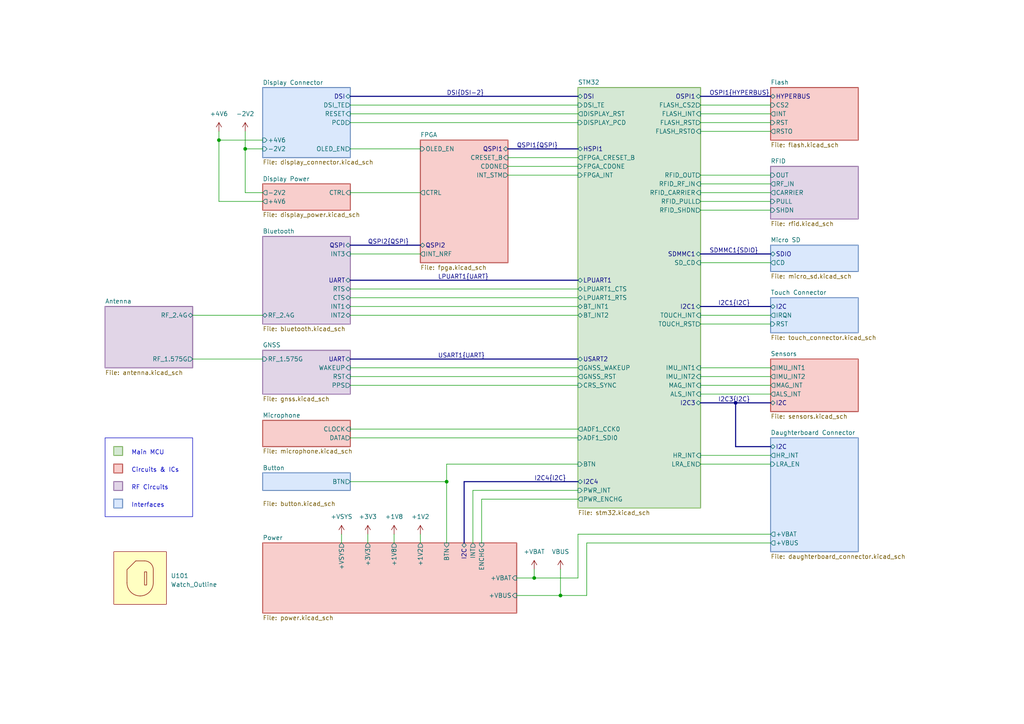
<source format=kicad_sch>
(kicad_sch (version 20230121) (generator eeschema)
  (paper "A4")
  (title_block (title "Watch Main Board") (date "2023-12-24") (rev "1") (comment 1 "Checked by Ben Smith 24/12/23"))
  (lib_symbols
    (symbol "power:+1V2" (power) (pin_names (offset 0))
      (property "Value" "+1V2" (at 0 3.556 0))
      (symbol "+1V2_0_1"
        (polyline (pts (xy -0.762 1.27) (xy 0 2.54)))
        (polyline (pts (xy 0 0) (xy 0 2.54)))
        (polyline (pts (xy 0 2.54) (xy 0.762 1.27)))
      )
      (symbol "+1V2_1_1"
        (pin power_in line (at 0 0 90) (length 0) hide (name "+1V2") (number "1"))
      )
    )
    (symbol "power:+1V8" (power) (pin_names (offset 0))
      (property "Value" "+1V8" (at 0 3.556 0))
      (symbol "+1V8_0_1"
        (polyline (pts (xy -0.762 1.27) (xy 0 2.54)))
        (polyline (pts (xy 0 0) (xy 0 2.54)))
        (polyline (pts (xy 0 2.54) (xy 0.762 1.27)))
      )
      (symbol "+1V8_1_1"
        (pin power_in line (at 0 0 90) (length 0) hide (name "+1V8") (number "1"))
      )
    )
    (symbol "power:+3V3" (power) (pin_names (offset 0))
      (property "Value" "+3V3" (at 0 3.556 0))
      (symbol "+3V3_0_1"
        (polyline (pts (xy -0.762 1.27) (xy 0 2.54)))
        (polyline (pts (xy 0 0) (xy 0 2.54)))
        (polyline (pts (xy 0 2.54) (xy 0.762 1.27)))
      )
      (symbol "+3V3_1_1"
        (pin power_in line (at 0 0 90) (length 0) hide (name "+3V3") (number "1"))
      )
    )
    (symbol "power:VBUS" (power) (pin_names (offset 0))
      (property "Value" "VBUS" (at 0 3.81 0))
      (symbol "VBUS_0_1"
        (polyline (pts (xy -0.762 1.27) (xy 0 2.54)))
        (polyline (pts (xy 0 0) (xy 0 2.54)))
        (polyline (pts (xy 0 2.54) (xy 0.762 1.27)))
      )
      (symbol "VBUS_1_1"
        (pin power_in line (at 0 0 90) (length 0) hide (name "VBUS") (number "1"))
      )
    )
    (symbol "watch_symbols_lib:+4V6" (power) (pin_names (offset 0))
      (property "Value" "+4V6" (at 0 3.556 0))
      (symbol "+4V6_0_1"
        (polyline (pts (xy -0.762 1.27) (xy 0 2.54)))
        (polyline (pts (xy 0 0) (xy 0 2.54)))
        (polyline (pts (xy 0 2.54) (xy 0.762 1.27)))
      )
      (symbol "+4V6_1_1"
        (pin power_in line (at 0 0 90) (length 0) hide (name "+4V6") (number "1"))
      )
    )
    (symbol "watch_symbols_lib:+VBAT" (power) (pin_names (offset 0))
      (property "Value" "+VBAT" (at 0 3.556 0))
      (symbol "+VBAT_0_1"
        (polyline (pts (xy -0.762 1.27) (xy 0 2.54)))
        (polyline (pts (xy 0 0) (xy 0 2.54)))
        (polyline (pts (xy 0 2.54) (xy 0.762 1.27)))
      )
      (symbol "+VBAT_1_1"
        (pin power_in line (at 0 0 90) (length 0) hide (name "+VBAT") (number "1"))
      )
    )
    (symbol "watch_symbols_lib:+VSYS" (power) (pin_names (offset 0))
      (property "Value" "+VSYS" (at 0 3.556 0))
      (symbol "+VSYS_0_1"
        (polyline (pts (xy -0.762 1.27) (xy 0 2.54)))
        (polyline (pts (xy 0 0) (xy 0 2.54)))
        (polyline (pts (xy 0 2.54) (xy 0.762 1.27)))
      )
      (symbol "+VSYS_1_1"
        (pin power_in line (at 0 0 90) (length 0) hide (name "+VSYS") (number "1"))
      )
    )
    (symbol "watch_symbols_lib:-2V2" (power) (pin_names (offset 0))
      (property "Value" "-2V2" (at 0 3.556 0))
      (symbol "-2V2_0_1"
        (polyline (pts (xy -0.762 1.27) (xy 0 2.54)))
        (polyline (pts (xy 0 0) (xy 0 2.54)))
        (polyline (pts (xy 0 2.54) (xy 0.762 1.27)))
      )
      (symbol "-2V2_1_1"
        (pin power_in line (at 0 0 90) (length 0) hide (name "-2V2") (number "1"))
      )
    )
    (symbol "watch_symbols_lib:Watch_Outline" (pin_numbers hide) (pin_names (offset 0) hide) (in_bom no)
      (property "Reference" "U" (at 0 12.7 0))
      (property "Value" "Watch_Outline" (at 0 10.16 0))
      (symbol "Watch_Outline_1_1"
        (rectangle (start -7.62 7.62) (end 7.62 -7.62) (fill (type background)))
        (arc (start -3.81 -1.397) (mid -2.6941 -4.0911) (end 0 -5.207))
        (arc (start 0 -5.207) (mid 2.6941 -4.0911) (end 3.81 -1.397))
        (polyline (pts (xy -1.27 4.953) (xy 1.27 4.953)))
        (polyline (pts (xy 3.81 -1.397) (xy 3.81 -0.127)))
        (polyline (pts (xy 3.81 2.413) (xy 3.81 -0.127)))
        (polyline (pts (xy -1.27 4.953) (xy -3.81 2.413) (xy -3.81 -1.397)))
        (rectangle (start 1.27 1.778) (end 1.905 -2.032))
        (arc (start 3.818 2.421) (mid 3.0717 4.2147) (end 1.278 4.961))
      )
    )
  )
  (bus_alias "HYPERBUS" (members "CLKP" "CLKN" "DQS" "CS" "IO[0..7]"))
  (junction (at 213.36 116.84))
  (junction (at 71.12 43.18))
  (junction (at 154.94 167.64))
  (junction (at 129.54 139.7))
  (junction (at 162.56 172.72))
  (junction (at 63.5 40.64))
  (wire (pts (xy 71.12 55.88) (xy 76.2 55.88)))
  (bus (pts (xy 134.62 139.7) (xy 167.64 139.7)))
  (wire (pts (xy 63.5 38.1) (xy 63.5 40.64)))
  (wire (pts (xy 154.94 167.64) (xy 149.86 167.64)))
  (wire (pts (xy 101.6 111.76) (xy 167.64 111.76)))
  (wire (pts (xy 203.2 53.34) (xy 223.52 53.34)))
  (bus (pts (xy 203.2 88.9) (xy 223.52 88.9)))
  (wire (pts (xy 203.2 33.02) (xy 223.52 33.02)))
  (bus (pts (xy 147.32 43.18) (xy 167.64 43.18)))
  (wire (pts (xy 203.2 114.3) (xy 223.52 114.3)))
  (wire (pts (xy 203.2 35.56) (xy 223.52 35.56)))
  (wire (pts (xy 63.5 40.64) (xy 76.2 40.64)))
  (wire (pts (xy 101.6 139.7) (xy 129.54 139.7)))
  (wire (pts (xy 203.2 30.48) (xy 223.52 30.48)))
  (wire (pts (xy 76.2 58.42) (xy 63.5 58.42)))
  (wire (pts (xy 203.2 58.42) (xy 223.52 58.42)))
  (wire (pts (xy 101.6 86.36) (xy 167.64 86.36)))
  (wire (pts (xy 167.64 154.94) (xy 223.52 154.94)))
  (wire (pts (xy 129.54 134.62) (xy 129.54 139.7)))
  (wire (pts (xy 99.06 154.94) (xy 99.06 157.48)))
  (wire (pts (xy 203.2 132.08) (xy 223.52 132.08)))
  (wire (pts (xy 55.88 104.14) (xy 76.2 104.14)))
  (wire (pts (xy 101.6 35.56) (xy 167.64 35.56)))
  (bus (pts (xy 101.6 71.12) (xy 121.92 71.12)))
  (wire (pts (xy 137.16 157.48) (xy 137.16 142.24)))
  (bus (pts (xy 101.6 27.94) (xy 167.64 27.94)))
  (wire (pts (xy 139.7 144.78) (xy 167.64 144.78)))
  (wire (pts (xy 101.6 83.82) (xy 167.64 83.82)))
  (wire (pts (xy 101.6 124.46) (xy 167.64 124.46)))
  (wire (pts (xy 101.6 109.22) (xy 167.64 109.22)))
  (wire (pts (xy 101.6 127) (xy 167.64 127)))
  (wire (pts (xy 154.94 165.1) (xy 154.94 167.64)))
  (wire (pts (xy 71.12 43.18) (xy 71.12 55.88)))
  (wire (pts (xy 114.3 154.94) (xy 114.3 157.48)))
  (bus (pts (xy 101.6 81.28) (xy 167.64 81.28)))
  (wire (pts (xy 203.2 111.76) (xy 223.52 111.76)))
  (wire (pts (xy 71.12 38.1) (xy 71.12 43.18)))
  (wire (pts (xy 101.6 106.68) (xy 167.64 106.68)))
  (wire (pts (xy 203.2 38.1) (xy 223.52 38.1)))
  (wire (pts (xy 101.6 55.88) (xy 121.92 55.88)))
  (bus (pts (xy 203.2 73.66) (xy 223.52 73.66)))
  (wire (pts (xy 167.64 154.94) (xy 167.64 167.64)))
  (bus (pts (xy 213.36 129.54) (xy 223.52 129.54)))
  (wire (pts (xy 121.92 154.94) (xy 121.92 157.48)))
  (wire (pts (xy 55.88 91.44) (xy 76.2 91.44)))
  (wire (pts (xy 76.2 43.18) (xy 71.12 43.18)))
  (wire (pts (xy 203.2 60.96) (xy 223.52 60.96)))
  (wire (pts (xy 101.6 30.48) (xy 167.64 30.48)))
  (wire (pts (xy 203.2 109.22) (xy 223.52 109.22)))
  (wire (pts (xy 203.2 76.2) (xy 223.52 76.2)))
  (bus (pts (xy 203.2 116.84) (xy 213.36 116.84)))
  (wire (pts (xy 203.2 55.88) (xy 223.52 55.88)))
  (bus (pts (xy 101.6 104.14) (xy 167.64 104.14)))
  (wire (pts (xy 170.18 157.48) (xy 170.18 172.72)))
  (wire (pts (xy 139.7 157.48) (xy 139.7 144.78)))
  (wire (pts (xy 101.6 43.18) (xy 121.92 43.18)))
  (bus (pts (xy 134.62 139.7) (xy 134.62 157.48)))
  (wire (pts (xy 137.16 142.24) (xy 167.64 142.24)))
  (wire (pts (xy 101.6 33.02) (xy 167.64 33.02)))
  (wire (pts (xy 106.68 154.94) (xy 106.68 157.48)))
  (wire (pts (xy 162.56 172.72) (xy 149.86 172.72)))
  (wire (pts (xy 203.2 91.44) (xy 223.52 91.44)))
  (wire (pts (xy 129.54 134.62) (xy 167.64 134.62)))
  (bus (pts (xy 213.36 116.84) (xy 213.36 129.54)))
  (wire (pts (xy 147.32 48.26) (xy 167.64 48.26)))
  (wire (pts (xy 203.2 106.68) (xy 223.52 106.68)))
  (bus (pts (xy 203.2 27.94) (xy 223.52 27.94)))
  (wire (pts (xy 101.6 73.66) (xy 121.92 73.66)))
  (wire (pts (xy 203.2 93.98) (xy 223.52 93.98)))
  (wire (pts (xy 167.64 167.64) (xy 154.94 167.64)))
  (wire (pts (xy 170.18 172.72) (xy 162.56 172.72)))
  (wire (pts (xy 170.18 157.48) (xy 223.52 157.48)))
  (wire (pts (xy 203.2 50.8) (xy 223.52 50.8)))
  (wire (pts (xy 203.2 134.62) (xy 223.52 134.62)))
  (wire (pts (xy 162.56 165.1) (xy 162.56 172.72)))
  (wire (pts (xy 147.32 45.72) (xy 167.64 45.72)))
  (wire (pts (xy 147.32 50.8) (xy 167.64 50.8)))
  (wire (pts (xy 63.5 58.42) (xy 63.5 40.64)))
  (wire (pts (xy 101.6 91.44) (xy 167.64 91.44)))
  (wire (pts (xy 101.6 88.9) (xy 167.64 88.9)))
  (wire (pts (xy 129.54 139.7) (xy 129.54 157.48)))
  (bus (pts (xy 213.36 116.84) (xy 223.52 116.84)))
  (rectangle (start 33.02 139.7) (end 35.56 142.24) (stroke (width 0.3048) (color 150 115 166 1)) (fill (type color) (color 225 213 231 1)))
  (rectangle (start 33.02 134.62) (end 35.56 137.16) (stroke (width 0.3048) (color 184 84 80 1)) (fill (type color) (color 248 206 204 1)))
  (rectangle (start 30.48 127) (end 55.88 149.86))
  (rectangle (start 33.02 144.78) (end 35.56 147.32) (stroke (width 0.3048) (color 108 142 191 1)) (fill (type color) (color 218 232 252 1)))
  (rectangle (start 33.02 129.54) (end 35.56 132.08) (stroke (width 0.3048) (color 130 179 102 1)) (fill (type color) (color 213 232 212 1)))
  (text "Interfaces" (at 38.1 147.32 0) (effects (font (size 1.27 1.27)) (justify left bottom)))
  (text "Circuits & ICs" (at 38.1 137.16 0) (effects (font (size 1.27 1.27)) (justify left bottom)))
  (text "RF Circuits" (at 38.1 142.24 0) (effects (font (size 1.27 1.27)) (justify left bottom)))
  (text "Main MCU" (at 38.1 132.08 0) (effects (font (size 1.27 1.27)) (justify left bottom)))
  (label "QSPI1{QSPI}" (at 149.86 43.18 0))
  (label "SDMMC1{SDIO}" (at 205.74 73.66 0))
  (label "DSI{DSI-2}" (at 129.54 27.94 0))
  (label "OSPI1{HYPERBUS}" (at 205.74 27.94 0))
  (label "I2C3{I2C}" (at 208.28 116.84 0))
  (label "I2C1{I2C}" (at 208.28 88.9 0))
  (label "LPUART1{UART}" (at 127 81.28 0))
  (label "QSPI2{QSPI}" (at 106.68 71.12 0))
  (label "USART1{UART}" (at 127 104.14 0))
  (label "I2C4{I2C}" (at 154.94 139.7 0))
  (symbol (lib_id "power:VBUS") (at 162.56 165.1 0) (unit 1)
    (property "Reference" "#PWR0109" (effects hide))
    (property "Value" "VBUS" (at 162.56 160.02 0))
  )
  (symbol (lib_id "power:+1V8") (at 114.3 154.94 0) (unit 1)
    (property "Reference" "#PWR0106" (effects hide))
    (property "Value" "+1V8" (at 114.3 149.86 0))
  )
  (symbol (lib_id "watch_symbols_lib:Watch_Outline") (at 40.64 167.64 0) (unit 1) (in_bom no)
    (property "Reference" "U101" (at 49.53 167.005 0) (effects (justify left)))
    (property "Value" "Watch_Outline" (at 49.53 169.545 0) (effects (justify left)))
    (property "Footprint" "watch_footprints:Watch Outline V1" (effects hide))
    (property "Sim.Enable" "0" (effects hide))
  )
  (symbol (lib_id "power:+1V2") (at 121.92 154.94 0) (unit 1)
    (property "Reference" "#PWR0107" (effects hide))
    (property "Value" "+1V2" (at 121.92 149.86 0))
  )
  (symbol (lib_id "watch_symbols_lib:+VSYS") (at 99.06 154.94 0) (unit 1)
    (property "Reference" "#PWR0103" (effects hide))
    (property "Value" "+VSYS" (at 99.06 149.86 0))
  )
  (symbol (lib_id "watch_symbols_lib:-2V2") (at 71.12 38.1 0) (unit 1)
    (property "Reference" "#PWR0102" (effects hide))
    (property "Value" "-2V2" (at 71.12 33.02 0))
  )
  (symbol (lib_id "watch_symbols_lib:+4V6") (at 63.5 38.1 0) (unit 1)
    (property "Reference" "#PWR0101" (effects hide))
    (property "Value" "+4V6" (at 63.5 33.02 0))
  )
  (symbol (lib_id "power:+3V3") (at 106.68 154.94 0) (unit 1)
    (property "Reference" "#PWR0105" (effects hide))
    (property "Value" "+3V3" (at 106.68 149.86 0))
  )
  (symbol (lib_id "watch_symbols_lib:+VBAT") (at 154.94 165.1 0) (unit 1)
    (property "Reference" "#PWR0108" (effects hide))
    (property "Value" "+VBAT" (at 154.94 160.02 0))
  )
  (sheet (at 76.2 137.16) (size 25.4 5.08) (stroke (width 0.3048) (color 108 142 191 1)) (fill (color 218 232 252 1.0000))
    (property "Sheetname" "Button" (at 76.2 136.4484 0) (effects (justify left bottom)))
    (property "Sheetfile" "button.kicad_sch" (at 76.2 145.3646 0) (effects (justify left top)))
    (pin "BTN" output (at 101.6 139.7 0))
  )
  (sheet (at 223.52 25.4) (size 25.4 15.24) (stroke (width 0.3048) (color 184 84 80 1)) (fill (color 248 206 204 1.0000))
    (property "Sheetname" "Flash" (at 223.52 24.6122 0) (effects (justify left bottom)))
    (property "Sheetfile" "flash.kicad_sch" (at 223.52 41.3008 0) (effects (justify left top)))
    (pin "HYPERBUS" bidirectional (at 223.52 27.94 180))
    (pin "CS2" input (at 223.52 30.48 180))
    (pin "INT" output (at 223.52 33.02 180))
    (pin "RST" input (at 223.52 35.56 180))
    (pin "RSTO" output (at 223.52 38.1 180))
  )
  (sheet (at 76.2 53.34) (size 25.4 7.62) (stroke (width 0.3048) (color 184 84 80 1)) (fill (color 248 206 204 1.0000))
    (property "Sheetname" "Display Power" (at 76.2 52.6284 0) (effects (justify left bottom)))
    (property "Sheetfile" "display_power.kicad_sch" (at 76.2 61.5446 0) (effects (justify left top)))
    (pin "CTRL" input (at 101.6 55.88 0))
    (pin "-2V2" output (at 76.2 55.88 180))
    (pin "+4V6" output (at 76.2 58.42 180))
  )
  (sheet (at 223.52 86.36) (size 25.4 10.16) (stroke (width 0.3048) (color 108 142 191 1)) (fill (color 218 232 252 1.0000))
    (property "Sheetname" "Touch Connector" (at 223.52 85.5722 0) (effects (justify left bottom)))
    (property "Sheetfile" "touch_connector.kicad_sch" (at 223.52 97.1808 0) (effects (justify left top)))
    (pin "I2C" bidirectional (at 223.52 88.9 180))
    (pin "IRQN" output (at 223.52 91.44 180))
    (pin "RST" input (at 223.52 93.98 180))
  )
  (sheet (at 76.2 68.58) (size 25.4 25.4) (stroke (width 0.3048) (color 150 115 166 1)) (fill (color 225 213 231 1.0000))
    (property "Sheetname" "Bluetooth" (at 76.2 67.7922 0) (effects (justify left bottom)))
    (property "Sheetfile" "bluetooth.kicad_sch" (at 76.2 94.6408 0) (effects (justify left top)))
    (pin "QSPI" bidirectional (at 101.6 71.12 0))
    (pin "UART" bidirectional (at 101.6 81.28 0))
    (pin "RF_2.4G" bidirectional (at 76.2 91.44 180))
    (pin "CTS" bidirectional (at 101.6 86.36 0))
    (pin "RTS" bidirectional (at 101.6 83.82 0))
    (pin "INT1" bidirectional (at 101.6 88.9 0))
    (pin "INT2" bidirectional (at 101.6 91.44 0))
    (pin "INT3" input (at 101.6 73.66 0))
  )
  (sheet (at 223.52 104.14) (size 25.4 15.24) (stroke (width 0.3048) (color 184 84 80 1)) (fill (color 248 206 204 1.0000))
    (property "Sheetname" "Sensors" (at 223.52 103.3522 0) (effects (justify left bottom)))
    (property "Sheetfile" "sensors.kicad_sch" (at 223.52 120.0408 0) (effects (justify left top)))
    (pin "IMU_INT1" output (at 223.52 106.68 180))
    (pin "IMU_INT2" output (at 223.52 109.22 180))
    (pin "MAG_INT" output (at 223.52 111.76 180))
    (pin "I2C" bidirectional (at 223.52 116.84 180))
    (pin "ALS_INT" output (at 223.52 114.3 180))
  )
  (sheet (at 76.2 101.6) (size 25.4 12.7) (stroke (width 0.3048) (color 150 115 166 1)) (fill (color 225 213 231 1.0000))
    (property "Sheetname" "GNSS" (at 76.2 100.8122 0) (effects (justify left bottom)))
    (property "Sheetfile" "gnss.kicad_sch" (at 76.2 114.9608 0) (effects (justify left top)))
    (pin "UART" bidirectional (at 101.6 104.14 0))
    (pin "WAKEUP" input (at 101.6 106.68 0))
    (pin "RST" input (at 101.6 109.22 0))
    (pin "PPS" output (at 101.6 111.76 0))
    (pin "RF_1.575G" input (at 76.2 104.14 180))
  )
  (sheet (at 121.92 40.64) (size 25.4 35.56) (stroke (width 0.3048) (color 184 84 80 1)) (fill (color 248 206 204 1.0000))
    (property "Sheetname" "FPGA" (at 121.92 39.8522 0) (effects (justify left bottom)))
    (property "Sheetfile" "fpga.kicad_sch" (at 121.92 76.8608 0) (effects (justify left top)))
    (pin "QSPI1" bidirectional (at 147.32 43.18 0))
    (pin "QSPI2" bidirectional (at 121.92 71.12 180))
    (pin "CTRL" output (at 121.92 55.88 180))
    (pin "OLED_EN" input (at 121.92 43.18 180))
    (pin "CDONE" output (at 147.32 48.26 0))
    (pin "CRESET_B" input (at 147.32 45.72 0))
    (pin "INT_STM" output (at 147.32 50.8 0))
    (pin "INT_NRF" output (at 121.92 73.66 180))
  )
  (sheet (at 167.64 25.4) (size 35.56 121.92) (stroke (width 0.3048) (color 130 179 102 1)) (fill (color 213 232 212 1.0000))
    (property "Sheetname" "STM32" (at 167.64 24.6122 0) (effects (justify left bottom)))
    (property "Sheetfile" "stm32.kicad_sch" (at 167.64 147.9808 0) (effects (justify left top)))
    (pin "DSI" bidirectional (at 167.64 27.94 180))
    (pin "LPUART1" bidirectional (at 167.64 81.28 180))
    (pin "HSPI1" bidirectional (at 167.64 43.18 180))
    (pin "OSPI1" bidirectional (at 203.2 27.94 0))
    (pin "SDMMC1" bidirectional (at 203.2 73.66 0))
    (pin "BTN" input (at 167.64 134.62 180))
    (pin "IMU_INT1" input (at 203.2 106.68 0))
    (pin "IMU_INT2" input (at 203.2 109.22 0))
    (pin "I2C4" bidirectional (at 167.64 139.7 180))
    (pin "SD_CD" input (at 203.2 76.2 0))
    (pin "GNSS_WAKEUP" output (at 167.64 106.68 180))
    (pin "GNSS_RST" output (at 167.64 109.22 180))
    (pin "CRS_SYNC" input (at 167.64 111.76 180))
    (pin "DSI_TE" input (at 167.64 30.48 180))
    (pin "DISPLAY_PCD" input (at 167.64 35.56 180))
    (pin "DISPLAY_RST" output (at 167.64 33.02 180))
    (pin "FPGA_CRESET_B" output (at 167.64 45.72 180))
    (pin "FPGA_CDONE" input (at 167.64 48.26 180))
    (pin "FPGA_INT" input (at 167.64 50.8 180))
    (pin "PWR_INT" input (at 167.64 142.24 180))
    (pin "FLASH_CS2" output (at 203.2 30.48 0))
    (pin "FLASH_RST" output (at 203.2 35.56 0))
    (pin "FLASH_INT" input (at 203.2 33.02 0))
    (pin "RFID_SHDN" output (at 203.2 60.96 0))
    (pin "RFID_OUT" output (at 203.2 50.8 0))
    (pin "RFID_PULL" output (at 203.2 58.42 0))
    (pin "RFID_CARRIER" input (at 203.2 55.88 0))
    (pin "RFID_RF_IN" input (at 203.2 53.34 0))
    (pin "I2C1" bidirectional (at 203.2 88.9 0))
    (pin "TOUCH_RST" output (at 203.2 93.98 0))
    (pin "TOUCH_INT" input (at 203.2 91.44 0))
    (pin "I2C3" bidirectional (at 203.2 116.84 0))
    (pin "USART2" bidirectional (at 167.64 104.14 180))
    (pin "HR_INT" input (at 203.2 132.08 0))
    (pin "LPUART1_RTS" bidirectional (at 167.64 86.36 180))
    (pin "LPUART1_CTS" bidirectional (at 167.64 83.82 180))
    (pin "FLASH_RSTO" input (at 203.2 38.1 0))
    (pin "BT_INT1" bidirectional (at 167.64 88.9 180))
    (pin "BT_INT2" bidirectional (at 167.64 91.44 180))
    (pin "MAG_INT" input (at 203.2 111.76 0))
    (pin "ALS_INT" input (at 203.2 114.3 0))
    (pin "LRA_EN" output (at 203.2 134.62 0))
    (pin "ADF1_SDI0" input (at 167.64 127 180))
    (pin "ADF1_CCK0" output (at 167.64 124.46 180))
    (pin "PWR_ENCHG" output (at 167.64 144.78 180))
  )
  (sheet (at 76.2 157.48) (size 73.66 20.32) (stroke (width 0.3048) (color 184 84 80 1)) (fill (color 248 206 204 1.0000))
    (property "Sheetname" "Power" (at 76.2 156.6922 0) (effects (justify left bottom)))
    (property "Sheetfile" "power.kicad_sch" (at 76.2 178.4608 0) (effects (justify left top)))
    (pin "+1V8" output (at 114.3 157.48 90))
    (pin "BTN" input (at 129.54 157.48 90))
    (pin "+VBUS" input (at 149.86 172.72 0))
    (pin "+VSYS" output (at 99.06 157.48 90))
    (pin "+VBAT" input (at 149.86 167.64 0))
    (pin "+1V2" output (at 121.92 157.48 90))
    (pin "I2C" bidirectional (at 134.62 157.48 90))
    (pin "+3V3" output (at 106.68 157.48 90))
    (pin "INT" output (at 137.16 157.48 90))
    (pin "ENCHG" input (at 139.7 157.48 90))
  )
  (sheet (at 76.2 121.92) (size 25.4 7.62) (stroke (width 0.3048) (color 184 84 80 1)) (fill (color 248 206 204 1.0000))
    (property "Sheetname" "Microphone" (at 76.2 121.2084 0) (effects (justify left bottom)))
    (property "Sheetfile" "microphone.kicad_sch" (at 76.2 130.1246 0) (effects (justify left top)))
    (pin "DATA" output (at 101.6 127 0))
    (pin "CLOCK" input (at 101.6 124.46 0))
  )
  (sheet (at 223.52 127) (size 25.4 33.02) (stroke (width 0.3048) (color 108 142 191 1)) (fill (color 218 232 252 1.0000))
    (property "Sheetname" "Daughterboard Connector" (at 223.52 126.2122 0) (effects (justify left bottom)))
    (property "Sheetfile" "daughterboard_connector.kicad_sch" (at 223.52 160.6808 0) (effects (justify left top)))
    (pin "+VBAT" output (at 223.52 154.94 180))
    (pin "+VBUS" output (at 223.52 157.48 180))
    (pin "I2C" bidirectional (at 223.52 129.54 180))
    (pin "HR_INT" output (at 223.52 132.08 180))
    (pin "LRA_EN" input (at 223.52 134.62 180))
  )
  (sheet (at 30.48 88.9) (size 25.4 17.78) (stroke (width 0.3048) (color 150 115 166 1)) (fill (color 225 213 231 1.0000))
    (property "Sheetname" "Antenna" (at 30.48 88.1122 0) (effects (justify left bottom)))
    (property "Sheetfile" "antenna.kicad_sch" (at 30.48 107.3408 0) (effects (justify left top)))
    (pin "RF_1.575G" output (at 55.88 104.14 0))
    (pin "RF_2.4G" bidirectional (at 55.88 91.44 0))
  )
  (sheet (at 223.52 71.12) (size 25.4 7.62) (stroke (width 0.3048) (color 108 142 191 1)) (fill (color 218 232 252 1.0000))
    (property "Sheetname" "Micro SD" (at 223.52 70.3322 0) (effects (justify left bottom)))
    (property "Sheetfile" "micro_sd.kicad_sch" (at 223.52 79.4008 0) (effects (justify left top)))
    (pin "SDIO" bidirectional (at 223.52 73.66 180))
    (pin "CD" output (at 223.52 76.2 180))
  )
  (sheet (at 76.2 25.4) (size 25.4 20.32) (stroke (width 0.3048) (color 108 142 191 1)) (fill (color 218 232 252 1.0000))
    (property "Sheetname" "Display Connector" (at 76.2 24.6884 0) (effects (justify left bottom)))
    (property "Sheetfile" "display_connector.kicad_sch" (at 76.2 46.3046 0) (effects (justify left top)))
    (pin "DSI" bidirectional (at 101.6 27.94 0))
    (pin "OLED_EN" output (at 101.6 43.18 0))
    (pin "+4V6" input (at 76.2 40.64 180))
    (pin "-2V2" input (at 76.2 43.18 180))
    (pin "PCD" output (at 101.6 35.56 0))
    (pin "DSI_TE" output (at 101.6 30.48 0))
    (pin "RESET" input (at 101.6 33.02 0))
  )
  (sheet (at 223.52 48.26) (size 25.4 15.24) (stroke (width 0.3048) (color 150 115 166 1)) (fill (color 225 213 231 1.0000))
    (property "Sheetname" "RFID" (at 223.52 47.4722 0) (effects (justify left bottom)))
    (property "Sheetfile" "rfid.kicad_sch" (at 223.52 64.1608 0) (effects (justify left top)))
    (pin "SHDN" input (at 223.52 60.96 180))
    (pin "RF_IN" output (at 223.52 53.34 180))
    (pin "PULL" input (at 223.52 58.42 180))
    (pin "CARRIER" output (at 223.52 55.88 180))
    (pin "OUT" input (at 223.52 50.8 180))
  )
)
</source>
